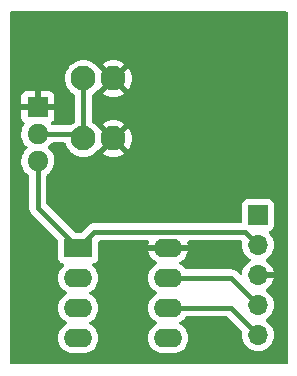
<source format=gbl>
G04 #@! TF.GenerationSoftware,KiCad,Pcbnew,7.0.10*
G04 #@! TF.CreationDate,2024-02-09T12:47:37+11:00*
G04 #@! TF.ProjectId,PIC16F15214 Debugger,50494331-3646-4313-9532-313420446562,1.0-A*
G04 #@! TF.SameCoordinates,Original*
G04 #@! TF.FileFunction,Copper,L2,Bot*
G04 #@! TF.FilePolarity,Positive*
%FSLAX46Y46*%
G04 Gerber Fmt 4.6, Leading zero omitted, Abs format (unit mm)*
G04 Created by KiCad (PCBNEW 7.0.10) date 2024-02-09 12:47:37*
%MOMM*%
%LPD*%
G01*
G04 APERTURE LIST*
G04 #@! TA.AperFunction,ComponentPad*
%ADD10R,1.700000X1.700000*%
G04 #@! TD*
G04 #@! TA.AperFunction,ComponentPad*
%ADD11O,1.700000X1.700000*%
G04 #@! TD*
G04 #@! TA.AperFunction,ComponentPad*
%ADD12R,2.400000X1.600000*%
G04 #@! TD*
G04 #@! TA.AperFunction,ComponentPad*
%ADD13O,2.400000X1.600000*%
G04 #@! TD*
G04 #@! TA.AperFunction,ComponentPad*
%ADD14R,1.800000X1.717500*%
G04 #@! TD*
G04 #@! TA.AperFunction,ComponentPad*
%ADD15O,1.800000X1.717500*%
G04 #@! TD*
G04 #@! TA.AperFunction,ComponentPad*
%ADD16C,2.100000*%
G04 #@! TD*
G04 #@! TA.AperFunction,Conductor*
%ADD17C,0.450000*%
G04 #@! TD*
G04 APERTURE END LIST*
D10*
X154701129Y-100076000D03*
D11*
X154701129Y-102616000D03*
X154701129Y-105156000D03*
X154701129Y-107696000D03*
X154701129Y-110236000D03*
D12*
X139461129Y-102870000D03*
D13*
X139461129Y-105410000D03*
X139461129Y-107950000D03*
X139461129Y-110490000D03*
X147081129Y-110490000D03*
X147081129Y-107950000D03*
X147081129Y-105410000D03*
X147081129Y-102870000D03*
D14*
X136039129Y-90928000D03*
D15*
X136039129Y-93218000D03*
X136039129Y-95508000D03*
D16*
X139905629Y-88519000D03*
X139905629Y-93599000D03*
X142445629Y-88519000D03*
X142445629Y-93599000D03*
D17*
X136039129Y-95508000D02*
X136039129Y-99448000D01*
X154701129Y-102616000D02*
X153600129Y-101515000D01*
X136039129Y-99448000D02*
X139461129Y-102870000D01*
X153600129Y-101515000D02*
X140816129Y-101515000D01*
X140816129Y-101515000D02*
X139461129Y-102870000D01*
X147081129Y-105410000D02*
X152415129Y-105410000D01*
X152415129Y-105410000D02*
X154701129Y-107696000D01*
X152415129Y-107950000D02*
X154701129Y-110236000D01*
X147081129Y-107950000D02*
X152415129Y-107950000D01*
X139905629Y-88519000D02*
X139905629Y-93599000D01*
X136039129Y-93218000D02*
X139524629Y-93218000D01*
X139524629Y-93218000D02*
X139905629Y-93599000D01*
G04 #@! TA.AperFunction,Conductor*
G36*
X153310040Y-102260185D02*
G01*
X153355795Y-102312989D01*
X153366529Y-102375308D01*
X153366067Y-102380588D01*
X153366066Y-102380592D01*
X153358244Y-102470000D01*
X153345470Y-102615999D01*
X153345470Y-102616000D01*
X153366065Y-102851403D01*
X153366067Y-102851413D01*
X153427223Y-103079655D01*
X153427225Y-103079659D01*
X153427226Y-103079663D01*
X153440461Y-103108045D01*
X153527094Y-103293830D01*
X153527096Y-103293834D01*
X153635410Y-103448521D01*
X153662634Y-103487401D01*
X153829728Y-103654495D01*
X154005371Y-103777482D01*
X154015723Y-103784730D01*
X154059348Y-103839307D01*
X154066542Y-103908805D01*
X154035019Y-103971160D01*
X154015724Y-103987880D01*
X153830051Y-104117890D01*
X153830049Y-104117891D01*
X153663020Y-104284920D01*
X153663015Y-104284926D01*
X153527529Y-104478420D01*
X153527528Y-104478422D01*
X153427699Y-104692507D01*
X153427695Y-104692516D01*
X153366561Y-104920673D01*
X153366559Y-104920683D01*
X153356370Y-105037148D01*
X153330917Y-105102216D01*
X153274326Y-105143195D01*
X153204564Y-105147073D01*
X153145161Y-105114021D01*
X152971898Y-104940758D01*
X152960117Y-104927125D01*
X152952732Y-104917206D01*
X152946434Y-104908745D01*
X152946431Y-104908743D01*
X152946431Y-104908742D01*
X152909858Y-104878054D01*
X152901893Y-104870753D01*
X152898258Y-104867117D01*
X152874809Y-104848576D01*
X152872013Y-104846298D01*
X152816515Y-104799729D01*
X152810477Y-104795758D01*
X152810530Y-104795676D01*
X152804785Y-104792017D01*
X152804734Y-104792100D01*
X152798590Y-104788310D01*
X152732972Y-104757712D01*
X152729728Y-104756141D01*
X152664955Y-104723612D01*
X152658164Y-104721140D01*
X152658196Y-104721050D01*
X152651770Y-104718816D01*
X152651740Y-104718908D01*
X152644887Y-104716637D01*
X152573939Y-104701986D01*
X152570423Y-104701206D01*
X152499925Y-104684499D01*
X152492753Y-104683661D01*
X152492764Y-104683564D01*
X152485996Y-104682872D01*
X152485988Y-104682969D01*
X152478797Y-104682339D01*
X152406348Y-104684448D01*
X152402741Y-104684500D01*
X148625297Y-104684500D01*
X148558258Y-104664815D01*
X148523722Y-104631623D01*
X148481174Y-104570858D01*
X148320270Y-104409954D01*
X148133863Y-104279432D01*
X148133861Y-104279431D01*
X148110741Y-104268650D01*
X148075261Y-104252105D01*
X148022823Y-104205934D01*
X148003671Y-104138740D01*
X148023887Y-104071859D01*
X148075263Y-104027341D01*
X148133613Y-104000132D01*
X148319949Y-103869657D01*
X148480786Y-103708820D01*
X148611263Y-103522482D01*
X148707394Y-103316326D01*
X148707398Y-103316317D01*
X148760001Y-103120000D01*
X147396815Y-103120000D01*
X147408770Y-103108045D01*
X147466294Y-102995148D01*
X147486115Y-102870000D01*
X147466294Y-102744852D01*
X147408770Y-102631955D01*
X147396815Y-102620000D01*
X148760001Y-102620000D01*
X148760001Y-102619999D01*
X148707398Y-102423682D01*
X148707393Y-102423668D01*
X148704239Y-102416904D01*
X148693747Y-102347827D01*
X148722267Y-102284043D01*
X148780744Y-102245804D01*
X148816621Y-102240500D01*
X153243001Y-102240500D01*
X153310040Y-102260185D01*
G37*
G04 #@! TD.AperFunction*
G04 #@! TA.AperFunction,Conductor*
G36*
X157137668Y-82870185D02*
G01*
X157183423Y-82922989D01*
X157194629Y-82974500D01*
X157194629Y-112605500D01*
X157174944Y-112672539D01*
X157122140Y-112718294D01*
X157070629Y-112729500D01*
X133789629Y-112729500D01*
X133722590Y-112709815D01*
X133676835Y-112657011D01*
X133665629Y-112605500D01*
X133665629Y-95450103D01*
X134634944Y-95450103D01*
X134644763Y-95681269D01*
X134644763Y-95681270D01*
X134693511Y-95907460D01*
X134779780Y-96122148D01*
X134779782Y-96122152D01*
X134901095Y-96319177D01*
X134901099Y-96319181D01*
X135053957Y-96492863D01*
X135053964Y-96492870D01*
X135233975Y-96638218D01*
X135233980Y-96638222D01*
X135250102Y-96647228D01*
X135299029Y-96697107D01*
X135313629Y-96755482D01*
X135313629Y-99386111D01*
X135312320Y-99404083D01*
X135308999Y-99426755D01*
X135308998Y-99426759D01*
X135313157Y-99474281D01*
X135313629Y-99485090D01*
X135313629Y-99490258D01*
X135317100Y-99519955D01*
X135317466Y-99523543D01*
X135323779Y-99595706D01*
X135325239Y-99602774D01*
X135325145Y-99602793D01*
X135326622Y-99609452D01*
X135326715Y-99609431D01*
X135328377Y-99616448D01*
X135353148Y-99684503D01*
X135354332Y-99687909D01*
X135377127Y-99756700D01*
X135380179Y-99763244D01*
X135380091Y-99763284D01*
X135383058Y-99769411D01*
X135383144Y-99769368D01*
X135386383Y-99775817D01*
X135386385Y-99775820D01*
X135426204Y-99836363D01*
X135428118Y-99839368D01*
X135466163Y-99901047D01*
X135470643Y-99906713D01*
X135470565Y-99906773D01*
X135474862Y-99912048D01*
X135474938Y-99911985D01*
X135479583Y-99917520D01*
X135532275Y-99967232D01*
X135534863Y-99969746D01*
X137724310Y-102159193D01*
X137757795Y-102220516D01*
X137760629Y-102246874D01*
X137760629Y-103717870D01*
X137760630Y-103717876D01*
X137767037Y-103777483D01*
X137817331Y-103912328D01*
X137817335Y-103912335D01*
X137903581Y-104027544D01*
X137903584Y-104027547D01*
X138018793Y-104113793D01*
X138018800Y-104113797D01*
X138029777Y-104117891D01*
X138153646Y-104164091D01*
X138188725Y-104167862D01*
X138253273Y-104194599D01*
X138293122Y-104251991D01*
X138295617Y-104321816D01*
X138259965Y-104381905D01*
X138246593Y-104392725D01*
X138221987Y-104409954D01*
X138061083Y-104570858D01*
X137930561Y-104757265D01*
X137930560Y-104757267D01*
X137834390Y-104963502D01*
X137834387Y-104963511D01*
X137775495Y-105183302D01*
X137775493Y-105183313D01*
X137755661Y-105409998D01*
X137755661Y-105410001D01*
X137775493Y-105636686D01*
X137775495Y-105636697D01*
X137834387Y-105856488D01*
X137834390Y-105856497D01*
X137930560Y-106062732D01*
X137930561Y-106062734D01*
X138061083Y-106249141D01*
X138221987Y-106410045D01*
X138221990Y-106410047D01*
X138408395Y-106540568D01*
X138466404Y-106567618D01*
X138518843Y-106613791D01*
X138537995Y-106680984D01*
X138517779Y-106747865D01*
X138466404Y-106792382D01*
X138408396Y-106819431D01*
X138408394Y-106819432D01*
X138221987Y-106949954D01*
X138061083Y-107110858D01*
X137930561Y-107297265D01*
X137930560Y-107297267D01*
X137834390Y-107503502D01*
X137834387Y-107503511D01*
X137775495Y-107723302D01*
X137775493Y-107723313D01*
X137755661Y-107949998D01*
X137755661Y-107950001D01*
X137775493Y-108176686D01*
X137775495Y-108176697D01*
X137834387Y-108396488D01*
X137834390Y-108396497D01*
X137930560Y-108602732D01*
X137930561Y-108602734D01*
X138061083Y-108789141D01*
X138221987Y-108950045D01*
X138221990Y-108950047D01*
X138408395Y-109080568D01*
X138466404Y-109107618D01*
X138518843Y-109153791D01*
X138537995Y-109220984D01*
X138517779Y-109287865D01*
X138466404Y-109332382D01*
X138408396Y-109359431D01*
X138408394Y-109359432D01*
X138221987Y-109489954D01*
X138061083Y-109650858D01*
X137930561Y-109837265D01*
X137930560Y-109837267D01*
X137834390Y-110043502D01*
X137834387Y-110043511D01*
X137775495Y-110263302D01*
X137775493Y-110263313D01*
X137755661Y-110489998D01*
X137755661Y-110490001D01*
X137775493Y-110716686D01*
X137775495Y-110716697D01*
X137834387Y-110936488D01*
X137834390Y-110936497D01*
X137930560Y-111142732D01*
X137930561Y-111142734D01*
X138061083Y-111329141D01*
X138221987Y-111490045D01*
X138221990Y-111490047D01*
X138408395Y-111620568D01*
X138614633Y-111716739D01*
X138834437Y-111775635D01*
X139004343Y-111790499D01*
X139004344Y-111790500D01*
X139004345Y-111790500D01*
X139917914Y-111790500D01*
X139917914Y-111790499D01*
X140087821Y-111775635D01*
X140307625Y-111716739D01*
X140513863Y-111620568D01*
X140700268Y-111490047D01*
X140861176Y-111329139D01*
X140991697Y-111142734D01*
X141087868Y-110936496D01*
X141146764Y-110716692D01*
X141166597Y-110490000D01*
X141164970Y-110471408D01*
X141146764Y-110263313D01*
X141146764Y-110263308D01*
X141087868Y-110043504D01*
X140991697Y-109837266D01*
X140861176Y-109650861D01*
X140861174Y-109650858D01*
X140700270Y-109489954D01*
X140513863Y-109359432D01*
X140513857Y-109359429D01*
X140455854Y-109332382D01*
X140403414Y-109286210D01*
X140384262Y-109219017D01*
X140404477Y-109152135D01*
X140455854Y-109107618D01*
X140513863Y-109080568D01*
X140700268Y-108950047D01*
X140861176Y-108789139D01*
X140991697Y-108602734D01*
X141087868Y-108396496D01*
X141146764Y-108176692D01*
X141166597Y-107950000D01*
X141164970Y-107931408D01*
X141146764Y-107723313D01*
X141146764Y-107723308D01*
X141087868Y-107503504D01*
X140991697Y-107297266D01*
X140861176Y-107110861D01*
X140861174Y-107110858D01*
X140700270Y-106949954D01*
X140513863Y-106819432D01*
X140513857Y-106819429D01*
X140455854Y-106792382D01*
X140403414Y-106746210D01*
X140384262Y-106679017D01*
X140404477Y-106612135D01*
X140455854Y-106567618D01*
X140513863Y-106540568D01*
X140700268Y-106410047D01*
X140861176Y-106249139D01*
X140991697Y-106062734D01*
X141087868Y-105856496D01*
X141146764Y-105636692D01*
X141166597Y-105410000D01*
X141146764Y-105183308D01*
X141087868Y-104963504D01*
X140991697Y-104757266D01*
X140861176Y-104570861D01*
X140861174Y-104570858D01*
X140700272Y-104409956D01*
X140675665Y-104392726D01*
X140632041Y-104338149D01*
X140624848Y-104268650D01*
X140656370Y-104206296D01*
X140716600Y-104170882D01*
X140733533Y-104167861D01*
X140768612Y-104164091D01*
X140903460Y-104113796D01*
X141018675Y-104027546D01*
X141104925Y-103912331D01*
X141155220Y-103777483D01*
X141161629Y-103717873D01*
X141161628Y-102364499D01*
X141181313Y-102297461D01*
X141234116Y-102251706D01*
X141285628Y-102240500D01*
X145345637Y-102240500D01*
X145412676Y-102260185D01*
X145458431Y-102312989D01*
X145468375Y-102382147D01*
X145458019Y-102416904D01*
X145454864Y-102423668D01*
X145454859Y-102423682D01*
X145402256Y-102619999D01*
X145402257Y-102620000D01*
X146765443Y-102620000D01*
X146753488Y-102631955D01*
X146695964Y-102744852D01*
X146676143Y-102870000D01*
X146695964Y-102995148D01*
X146753488Y-103108045D01*
X146765443Y-103120000D01*
X145402257Y-103120000D01*
X145454859Y-103316317D01*
X145454863Y-103316326D01*
X145550994Y-103522482D01*
X145681471Y-103708820D01*
X145842308Y-103869657D01*
X146028647Y-104000134D01*
X146028649Y-104000135D01*
X146086994Y-104027342D01*
X146139434Y-104073514D01*
X146158586Y-104140707D01*
X146138371Y-104207589D01*
X146086996Y-104252105D01*
X146051517Y-104268650D01*
X146028393Y-104279433D01*
X145841987Y-104409954D01*
X145681083Y-104570858D01*
X145550561Y-104757265D01*
X145550560Y-104757267D01*
X145454390Y-104963502D01*
X145454387Y-104963511D01*
X145395495Y-105183302D01*
X145395493Y-105183313D01*
X145375661Y-105409998D01*
X145375661Y-105410001D01*
X145395493Y-105636686D01*
X145395495Y-105636697D01*
X145454387Y-105856488D01*
X145454390Y-105856497D01*
X145550560Y-106062732D01*
X145550561Y-106062734D01*
X145681083Y-106249141D01*
X145841987Y-106410045D01*
X145841990Y-106410047D01*
X146028395Y-106540568D01*
X146086404Y-106567618D01*
X146138843Y-106613791D01*
X146157995Y-106680984D01*
X146137779Y-106747865D01*
X146086404Y-106792382D01*
X146028396Y-106819431D01*
X146028394Y-106819432D01*
X145841987Y-106949954D01*
X145681083Y-107110858D01*
X145550561Y-107297265D01*
X145550560Y-107297267D01*
X145454390Y-107503502D01*
X145454387Y-107503511D01*
X145395495Y-107723302D01*
X145395493Y-107723313D01*
X145375661Y-107949998D01*
X145375661Y-107950001D01*
X145395493Y-108176686D01*
X145395495Y-108176697D01*
X145454387Y-108396488D01*
X145454390Y-108396497D01*
X145550560Y-108602732D01*
X145550561Y-108602734D01*
X145681083Y-108789141D01*
X145841987Y-108950045D01*
X145841990Y-108950047D01*
X146028395Y-109080568D01*
X146086404Y-109107618D01*
X146138843Y-109153791D01*
X146157995Y-109220984D01*
X146137779Y-109287865D01*
X146086404Y-109332382D01*
X146028396Y-109359431D01*
X146028394Y-109359432D01*
X145841987Y-109489954D01*
X145681083Y-109650858D01*
X145550561Y-109837265D01*
X145550560Y-109837267D01*
X145454390Y-110043502D01*
X145454387Y-110043511D01*
X145395495Y-110263302D01*
X145395493Y-110263313D01*
X145375661Y-110489998D01*
X145375661Y-110490001D01*
X145395493Y-110716686D01*
X145395495Y-110716697D01*
X145454387Y-110936488D01*
X145454390Y-110936497D01*
X145550560Y-111142732D01*
X145550561Y-111142734D01*
X145681083Y-111329141D01*
X145841987Y-111490045D01*
X145841990Y-111490047D01*
X146028395Y-111620568D01*
X146234633Y-111716739D01*
X146454437Y-111775635D01*
X146624343Y-111790499D01*
X146624344Y-111790500D01*
X146624345Y-111790500D01*
X147537914Y-111790500D01*
X147537914Y-111790499D01*
X147707821Y-111775635D01*
X147927625Y-111716739D01*
X148133863Y-111620568D01*
X148320268Y-111490047D01*
X148481176Y-111329139D01*
X148611697Y-111142734D01*
X148707868Y-110936496D01*
X148766764Y-110716692D01*
X148786597Y-110490000D01*
X148784970Y-110471408D01*
X148766764Y-110263313D01*
X148766764Y-110263308D01*
X148707868Y-110043504D01*
X148611697Y-109837266D01*
X148481176Y-109650861D01*
X148481174Y-109650858D01*
X148320270Y-109489954D01*
X148133863Y-109359432D01*
X148133857Y-109359429D01*
X148075854Y-109332382D01*
X148023414Y-109286210D01*
X148004262Y-109219017D01*
X148024477Y-109152135D01*
X148075854Y-109107618D01*
X148133863Y-109080568D01*
X148320268Y-108950047D01*
X148481176Y-108789139D01*
X148523722Y-108728377D01*
X148578299Y-108684752D01*
X148625297Y-108675500D01*
X152063255Y-108675500D01*
X152130294Y-108695185D01*
X152150936Y-108711819D01*
X153331460Y-109892343D01*
X153364945Y-109953666D01*
X153365773Y-109995133D01*
X153366538Y-109995200D01*
X153345470Y-110235999D01*
X153345470Y-110236000D01*
X153366065Y-110471403D01*
X153366067Y-110471413D01*
X153427223Y-110699655D01*
X153427225Y-110699659D01*
X153427226Y-110699663D01*
X153527094Y-110913830D01*
X153527096Y-110913834D01*
X153635410Y-111068521D01*
X153662634Y-111107401D01*
X153829728Y-111274495D01*
X153907768Y-111329139D01*
X154023294Y-111410032D01*
X154023296Y-111410033D01*
X154023299Y-111410035D01*
X154237466Y-111509903D01*
X154465721Y-111571063D01*
X154654047Y-111587539D01*
X154701128Y-111591659D01*
X154701129Y-111591659D01*
X154701130Y-111591659D01*
X154740363Y-111588226D01*
X154936537Y-111571063D01*
X155164792Y-111509903D01*
X155378959Y-111410035D01*
X155572530Y-111274495D01*
X155739624Y-111107401D01*
X155875164Y-110913830D01*
X155975032Y-110699663D01*
X156036192Y-110471408D01*
X156056788Y-110236000D01*
X156036192Y-110000592D01*
X155975032Y-109772337D01*
X155875164Y-109558171D01*
X155827399Y-109489954D01*
X155739623Y-109364597D01*
X155572531Y-109197506D01*
X155572525Y-109197501D01*
X155386971Y-109067575D01*
X155343346Y-109012998D01*
X155336152Y-108943500D01*
X155367675Y-108881145D01*
X155386971Y-108864425D01*
X155494490Y-108789139D01*
X155572530Y-108734495D01*
X155739624Y-108567401D01*
X155875164Y-108373830D01*
X155975032Y-108159663D01*
X156036192Y-107931408D01*
X156056788Y-107696000D01*
X156055966Y-107686610D01*
X156037956Y-107480758D01*
X156036192Y-107460592D01*
X155981543Y-107256637D01*
X155975034Y-107232344D01*
X155975033Y-107232343D01*
X155975032Y-107232337D01*
X155875164Y-107018171D01*
X155827399Y-106949954D01*
X155739623Y-106824597D01*
X155572531Y-106657506D01*
X155572530Y-106657505D01*
X155386534Y-106527269D01*
X155342910Y-106472692D01*
X155335717Y-106403193D01*
X155367239Y-106340839D01*
X155386534Y-106324119D01*
X155572211Y-106194105D01*
X155739234Y-106027082D01*
X155874729Y-105833578D01*
X155974558Y-105619492D01*
X155974561Y-105619486D01*
X156031765Y-105406000D01*
X155134815Y-105406000D01*
X155160622Y-105365844D01*
X155201129Y-105227889D01*
X155201129Y-105084111D01*
X155160622Y-104946156D01*
X155134815Y-104906000D01*
X156031765Y-104906000D01*
X156031764Y-104905999D01*
X155974561Y-104692513D01*
X155974558Y-104692507D01*
X155874729Y-104478422D01*
X155874728Y-104478420D01*
X155739242Y-104284926D01*
X155739237Y-104284920D01*
X155572207Y-104117890D01*
X155386534Y-103987879D01*
X155342909Y-103933302D01*
X155335717Y-103863804D01*
X155367239Y-103801449D01*
X155386535Y-103784730D01*
X155396885Y-103777483D01*
X155572530Y-103654495D01*
X155739624Y-103487401D01*
X155875164Y-103293830D01*
X155975032Y-103079663D01*
X156036192Y-102851408D01*
X156056788Y-102616000D01*
X156036192Y-102380592D01*
X155975032Y-102152337D01*
X155875164Y-101938171D01*
X155739624Y-101744599D01*
X155617696Y-101622671D01*
X155584213Y-101561351D01*
X155589197Y-101491659D01*
X155631068Y-101435725D01*
X155662044Y-101418810D01*
X155793460Y-101369796D01*
X155908675Y-101283546D01*
X155994925Y-101168331D01*
X156045220Y-101033483D01*
X156051629Y-100973873D01*
X156051628Y-99178128D01*
X156046428Y-99129757D01*
X156045220Y-99118516D01*
X155994926Y-98983671D01*
X155994922Y-98983664D01*
X155908676Y-98868455D01*
X155908673Y-98868452D01*
X155793464Y-98782206D01*
X155793457Y-98782202D01*
X155658611Y-98731908D01*
X155658612Y-98731908D01*
X155599012Y-98725501D01*
X155599010Y-98725500D01*
X155599002Y-98725500D01*
X155598993Y-98725500D01*
X153803258Y-98725500D01*
X153803252Y-98725501D01*
X153743645Y-98731908D01*
X153608800Y-98782202D01*
X153608793Y-98782206D01*
X153493584Y-98868452D01*
X153493581Y-98868455D01*
X153407335Y-98983664D01*
X153407331Y-98983671D01*
X153357037Y-99118517D01*
X153356611Y-99122484D01*
X153350629Y-99178127D01*
X153350629Y-99969746D01*
X153350630Y-100665500D01*
X153330945Y-100732539D01*
X153278142Y-100778294D01*
X153226630Y-100789500D01*
X140878016Y-100789500D01*
X140860047Y-100788191D01*
X140837370Y-100784869D01*
X140792418Y-100788802D01*
X140789844Y-100789028D01*
X140779038Y-100789500D01*
X140773866Y-100789500D01*
X140744170Y-100792971D01*
X140740585Y-100793337D01*
X140668419Y-100799650D01*
X140661353Y-100801110D01*
X140661334Y-100801017D01*
X140654678Y-100802493D01*
X140654700Y-100802586D01*
X140647675Y-100804250D01*
X140579607Y-100829025D01*
X140576202Y-100830208D01*
X140507433Y-100852996D01*
X140500889Y-100856048D01*
X140500848Y-100855962D01*
X140494713Y-100858932D01*
X140494756Y-100859018D01*
X140488307Y-100862256D01*
X140427794Y-100902055D01*
X140424758Y-100903989D01*
X140363087Y-100942030D01*
X140357418Y-100946513D01*
X140357359Y-100946438D01*
X140352082Y-100950737D01*
X140352143Y-100950809D01*
X140346612Y-100955449D01*
X140296875Y-101008166D01*
X140294364Y-101010751D01*
X139771936Y-101533181D01*
X139710613Y-101566666D01*
X139684255Y-101569500D01*
X139238003Y-101569500D01*
X139170964Y-101549815D01*
X139150322Y-101533181D01*
X136800948Y-99183807D01*
X136767463Y-99122484D01*
X136764629Y-99096126D01*
X136764629Y-96751980D01*
X136784314Y-96684941D01*
X136819192Y-96649245D01*
X136937364Y-96569375D01*
X136937365Y-96569373D01*
X136937374Y-96569368D01*
X137104419Y-96409269D01*
X137242004Y-96223241D01*
X137346172Y-96016637D01*
X137413925Y-95795401D01*
X137443314Y-95565897D01*
X137433494Y-95334727D01*
X137384747Y-95108542D01*
X137298476Y-94893848D01*
X137177163Y-94696823D01*
X137052991Y-94555736D01*
X137024300Y-94523136D01*
X137024298Y-94523134D01*
X137024297Y-94523133D01*
X136948694Y-94462088D01*
X136908901Y-94404658D01*
X136906474Y-94334830D01*
X136940790Y-94276093D01*
X137104419Y-94119269D01*
X137197241Y-93993765D01*
X137252930Y-93951571D01*
X137296936Y-93943500D01*
X138296026Y-93943500D01*
X138363065Y-93963185D01*
X138408820Y-94015989D01*
X138416597Y-94038544D01*
X138426420Y-94079457D01*
X138426458Y-94079615D01*
X138426461Y-94079623D01*
X138519849Y-94305085D01*
X138519851Y-94305088D01*
X138647366Y-94513173D01*
X138647367Y-94513176D01*
X138655874Y-94523136D01*
X138805870Y-94698759D01*
X138949526Y-94821453D01*
X138991452Y-94857261D01*
X138991455Y-94857262D01*
X139199539Y-94984777D01*
X139425010Y-95078169D01*
X139425007Y-95078169D01*
X139425013Y-95078170D01*
X139425017Y-95078172D01*
X139662327Y-95135146D01*
X139905629Y-95154294D01*
X140148931Y-95135146D01*
X140386241Y-95078172D01*
X140611718Y-94984777D01*
X140819808Y-94857259D01*
X141005388Y-94698759D01*
X141127543Y-94555733D01*
X141150001Y-94541072D01*
X141882855Y-93808219D01*
X141921530Y-93901588D01*
X142017704Y-94026925D01*
X142143041Y-94123099D01*
X142236408Y-94161772D01*
X141537686Y-94860494D01*
X141739767Y-94984331D01*
X141965171Y-95077696D01*
X142202409Y-95134651D01*
X142202408Y-95134651D01*
X142445629Y-95153792D01*
X142688848Y-95134651D01*
X142926086Y-95077696D01*
X143151490Y-94984331D01*
X143353570Y-94860495D01*
X143353570Y-94860494D01*
X142654849Y-94161772D01*
X142748217Y-94123099D01*
X142873554Y-94026925D01*
X142969728Y-93901589D01*
X143008402Y-93808220D01*
X143707123Y-94506941D01*
X143707124Y-94506941D01*
X143830960Y-94304861D01*
X143924325Y-94079457D01*
X143981280Y-93842219D01*
X144000421Y-93599000D01*
X143981280Y-93355780D01*
X143924325Y-93118542D01*
X143830960Y-92893138D01*
X143707123Y-92691057D01*
X143008401Y-93389779D01*
X142969728Y-93296412D01*
X142873554Y-93171075D01*
X142748217Y-93074901D01*
X142654848Y-93036226D01*
X143353570Y-92337504D01*
X143151490Y-92213668D01*
X142926086Y-92120303D01*
X142688848Y-92063348D01*
X142688849Y-92063348D01*
X142445629Y-92044207D01*
X142202409Y-92063348D01*
X141965171Y-92120303D01*
X141739767Y-92213668D01*
X141537686Y-92337504D01*
X142236409Y-93036226D01*
X142143041Y-93074901D01*
X142017704Y-93171075D01*
X141921530Y-93296411D01*
X141882855Y-93389780D01*
X141162048Y-92668973D01*
X141127540Y-92642263D01*
X141005388Y-92499241D01*
X140882692Y-92394449D01*
X140819805Y-92340738D01*
X140819802Y-92340737D01*
X140690339Y-92261401D01*
X140643464Y-92209589D01*
X140631129Y-92155674D01*
X140631129Y-89962325D01*
X140650814Y-89895286D01*
X140690339Y-89856598D01*
X140750767Y-89819566D01*
X140819808Y-89777259D01*
X141005388Y-89618759D01*
X141127543Y-89475733D01*
X141150001Y-89461072D01*
X141882855Y-88728219D01*
X141921530Y-88821588D01*
X142017704Y-88946925D01*
X142143041Y-89043099D01*
X142236408Y-89081772D01*
X141537686Y-89780494D01*
X141739767Y-89904331D01*
X141965171Y-89997696D01*
X142202409Y-90054651D01*
X142202408Y-90054651D01*
X142445629Y-90073792D01*
X142688848Y-90054651D01*
X142926086Y-89997696D01*
X143151490Y-89904331D01*
X143353570Y-89780495D01*
X143353570Y-89780494D01*
X142654849Y-89081772D01*
X142748217Y-89043099D01*
X142873554Y-88946925D01*
X142969728Y-88821589D01*
X143008402Y-88728220D01*
X143707123Y-89426941D01*
X143707124Y-89426941D01*
X143830960Y-89224861D01*
X143924325Y-88999457D01*
X143981280Y-88762219D01*
X144000421Y-88519000D01*
X143981280Y-88275780D01*
X143924325Y-88038542D01*
X143830960Y-87813138D01*
X143707123Y-87611057D01*
X143008401Y-88309779D01*
X142969728Y-88216412D01*
X142873554Y-88091075D01*
X142748217Y-87994901D01*
X142654848Y-87956226D01*
X143353570Y-87257504D01*
X143151490Y-87133668D01*
X142926086Y-87040303D01*
X142688848Y-86983348D01*
X142688849Y-86983348D01*
X142445629Y-86964207D01*
X142202409Y-86983348D01*
X141965171Y-87040303D01*
X141739767Y-87133668D01*
X141537686Y-87257504D01*
X142236409Y-87956226D01*
X142143041Y-87994901D01*
X142017704Y-88091075D01*
X141921530Y-88216411D01*
X141882855Y-88309780D01*
X141162048Y-87588973D01*
X141127540Y-87562263D01*
X141005388Y-87419241D01*
X140882692Y-87314449D01*
X140819805Y-87260738D01*
X140819802Y-87260737D01*
X140611718Y-87133222D01*
X140386247Y-87039830D01*
X140386250Y-87039830D01*
X140280621Y-87014470D01*
X140148931Y-86982854D01*
X140148929Y-86982853D01*
X140148926Y-86982853D01*
X139905629Y-86963706D01*
X139662331Y-86982853D01*
X139425009Y-87039830D01*
X139199539Y-87133222D01*
X138991455Y-87260737D01*
X138991452Y-87260738D01*
X138805870Y-87419241D01*
X138647367Y-87604823D01*
X138647366Y-87604826D01*
X138519851Y-87812910D01*
X138426459Y-88038380D01*
X138369482Y-88275702D01*
X138350335Y-88519000D01*
X138369482Y-88762297D01*
X138369482Y-88762300D01*
X138369483Y-88762302D01*
X138395952Y-88872553D01*
X138426459Y-88999619D01*
X138519851Y-89225089D01*
X138647366Y-89433173D01*
X138647367Y-89433176D01*
X138647370Y-89433179D01*
X138805870Y-89618759D01*
X138915114Y-89712062D01*
X138991447Y-89777257D01*
X138991452Y-89777260D01*
X139120919Y-89856598D01*
X139167794Y-89908409D01*
X139180129Y-89962325D01*
X139180129Y-92155674D01*
X139160444Y-92222713D01*
X139120919Y-92261401D01*
X138991455Y-92340737D01*
X138991446Y-92340743D01*
X138848548Y-92462790D01*
X138784787Y-92491361D01*
X138768017Y-92492500D01*
X137299187Y-92492500D01*
X137232148Y-92472815D01*
X137193598Y-92433515D01*
X137177165Y-92406826D01*
X137177158Y-92406817D01*
X137173691Y-92402878D01*
X137144174Y-92339549D01*
X137153582Y-92270316D01*
X137192461Y-92221685D01*
X137296320Y-92143936D01*
X137382479Y-92028843D01*
X137382483Y-92028836D01*
X137432725Y-91894129D01*
X137432727Y-91894122D01*
X137439128Y-91834594D01*
X137439129Y-91834577D01*
X137439129Y-91178000D01*
X136533981Y-91178000D01*
X136582688Y-91040953D01*
X136593006Y-90890114D01*
X136562245Y-90742085D01*
X136529039Y-90678000D01*
X137439129Y-90678000D01*
X137439129Y-90021422D01*
X137439128Y-90021405D01*
X137432727Y-89961877D01*
X137432725Y-89961870D01*
X137382483Y-89827163D01*
X137382479Y-89827156D01*
X137296319Y-89712062D01*
X137296316Y-89712059D01*
X137181222Y-89625899D01*
X137181215Y-89625895D01*
X137046508Y-89575653D01*
X137046501Y-89575651D01*
X136986973Y-89569250D01*
X136289129Y-89569250D01*
X136289129Y-90436316D01*
X136260310Y-90418791D01*
X136114725Y-90378000D01*
X136001507Y-90378000D01*
X135889346Y-90393416D01*
X135789129Y-90436946D01*
X135789129Y-89569250D01*
X135091284Y-89569250D01*
X135031756Y-89575651D01*
X135031749Y-89575653D01*
X134897042Y-89625895D01*
X134897035Y-89625899D01*
X134781941Y-89712059D01*
X134781938Y-89712062D01*
X134695778Y-89827156D01*
X134695774Y-89827163D01*
X134645532Y-89961870D01*
X134645530Y-89961877D01*
X134639129Y-90021405D01*
X134639129Y-90678000D01*
X135544277Y-90678000D01*
X135495570Y-90815047D01*
X135485252Y-90965886D01*
X135516013Y-91113915D01*
X135549219Y-91178000D01*
X134639129Y-91178000D01*
X134639129Y-91834594D01*
X134645530Y-91894122D01*
X134645532Y-91894129D01*
X134695774Y-92028836D01*
X134695778Y-92028843D01*
X134781938Y-92143936D01*
X134889015Y-92224095D01*
X134930886Y-92280029D01*
X134935870Y-92349721D01*
X134914401Y-92397095D01*
X134836255Y-92502757D01*
X134836253Y-92502760D01*
X134732086Y-92709361D01*
X134664332Y-92930600D01*
X134634944Y-93160103D01*
X134644763Y-93391269D01*
X134644763Y-93391270D01*
X134693511Y-93617460D01*
X134749033Y-93755631D01*
X134779782Y-93832152D01*
X134901095Y-94029177D01*
X134901099Y-94029181D01*
X135053957Y-94202863D01*
X135053959Y-94202865D01*
X135129563Y-94263911D01*
X135169355Y-94321342D01*
X135171781Y-94391169D01*
X135137463Y-94449909D01*
X134973842Y-94606726D01*
X134973838Y-94606730D01*
X134836256Y-94792756D01*
X134836253Y-94792760D01*
X134732086Y-94999361D01*
X134664332Y-95220600D01*
X134634944Y-95450103D01*
X133665629Y-95450103D01*
X133665629Y-82974500D01*
X133685314Y-82907461D01*
X133738118Y-82861706D01*
X133789629Y-82850500D01*
X157070629Y-82850500D01*
X157137668Y-82870185D01*
G37*
G04 #@! TD.AperFunction*
M02*

</source>
